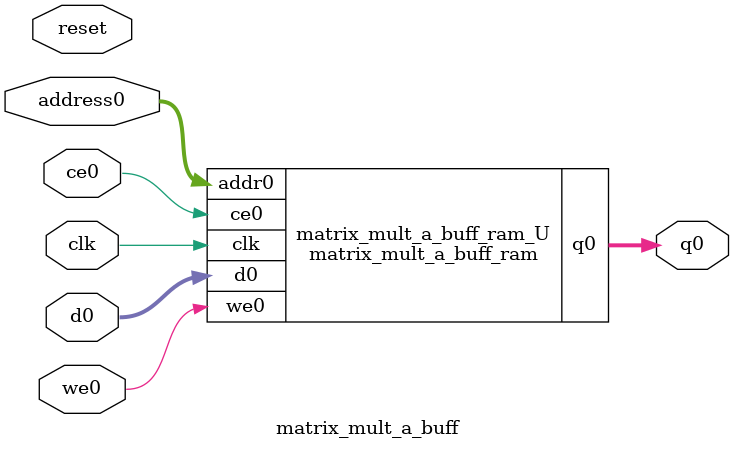
<source format=v>
`timescale 1 ns / 1 ps
module matrix_mult_a_buff_ram (addr0, ce0, d0, we0, q0,  clk);

parameter DWIDTH = 32;
parameter AWIDTH = 9;
parameter MEM_SIZE = 400;

input[AWIDTH-1:0] addr0;
input ce0;
input[DWIDTH-1:0] d0;
input we0;
output reg[DWIDTH-1:0] q0;
input clk;

(* ram_style = "block" *)reg [DWIDTH-1:0] ram[0:MEM_SIZE-1];




always @(posedge clk)  
begin 
    if (ce0) begin
        if (we0) 
            ram[addr0] <= d0; 
        q0 <= ram[addr0];
    end
end


endmodule

`timescale 1 ns / 1 ps
module matrix_mult_a_buff(
    reset,
    clk,
    address0,
    ce0,
    we0,
    d0,
    q0);

parameter DataWidth = 32'd32;
parameter AddressRange = 32'd400;
parameter AddressWidth = 32'd9;
input reset;
input clk;
input[AddressWidth - 1:0] address0;
input ce0;
input we0;
input[DataWidth - 1:0] d0;
output[DataWidth - 1:0] q0;



matrix_mult_a_buff_ram matrix_mult_a_buff_ram_U(
    .clk( clk ),
    .addr0( address0 ),
    .ce0( ce0 ),
    .we0( we0 ),
    .d0( d0 ),
    .q0( q0 ));

endmodule


</source>
